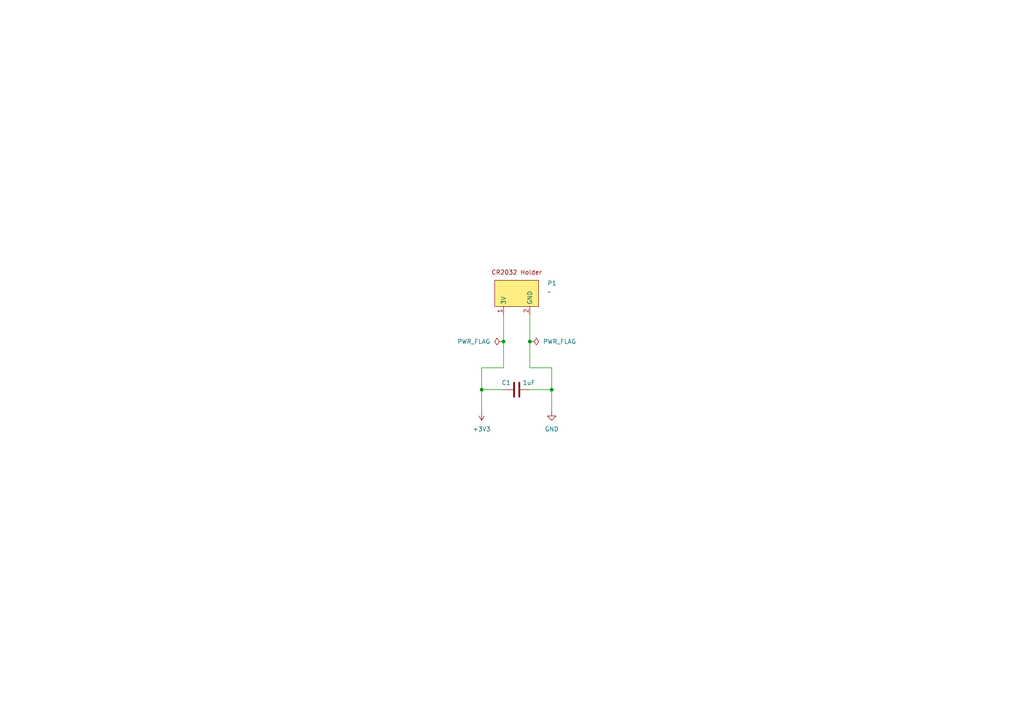
<source format=kicad_sch>
(kicad_sch (version 20250114) (generator "eeschema") (generator_version "9.0")
  (paper "A4")
  (title_block (title "Power") (company "AdrianTheHacker"))
  (lib_symbols
    (symbol "Device:C" (pin_numbers (hide yes)) (pin_names (offset 0.254))
      (property "Reference" "C" (at 0.635 2.54 0))
      (property "Value" "C" (at 0.635 -2.54 0))
      (symbol "C_0_1"
        (polyline (pts (xy -2.032 0.762) (xy 2.032 0.762)) (stroke (width 0.508)))
        (polyline (pts (xy -2.032 -0.762) (xy 2.032 -0.762)) (stroke (width 0.508)))
      )
      (symbol "C_1_1"
        (pin passive line (at 0 3.81 270) (length 2.794) (name "~") (number "1"))
        (pin passive line (at 0 -3.81 90) (length 2.794) (name "~") (number "2"))
      )
    )
    (symbol "Etchasketch_hardware_symbol_library:20mm_Coin_Cell_Breakout_Board_(CR2032)"
      (property "Reference" "P" (at 0 6.096 0))
      (symbol "20mm_Coin_Cell_Breakout_Board_(CR2032)_0_1"
        (rectangle (start -6.35 7.62) (end 6.35 0) (fill (type color) (color 255 238 129 1)))
      )
      (symbol "20mm_Coin_Cell_Breakout_Board_(CR2032)_1_1"
        (text "CR2032 Holder" (at 0 9.906 0) (effects (font (size 1.27 1.27))))
        (pin power_out line (at -3.81 -2.54 90) (length 2.54) (name "3V") (number "1"))
        (pin power_out line (at 3.81 -2.54 90) (length 2.54) (name "GND") (number "2"))
      )
    )
    (symbol "power:+3V3" (power) (pin_numbers (hide yes)) (pin_names (offset 0) (hide yes))
      (property "Value" "+3V3" (at 0 3.556 0))
      (symbol "+3V3_0_1"
        (polyline (pts (xy -0.762 1.27) (xy 0 2.54)))
        (polyline (pts (xy 0 2.54) (xy 0.762 1.27)))
        (polyline (pts (xy 0 0) (xy 0 2.54)))
      )
      (symbol "+3V3_1_1"
        (pin power_in line (at 0 0 90) (length 0) (name "~") (number "1"))
      )
    )
    (symbol "power:GND" (power) (pin_numbers (hide yes)) (pin_names (offset 0) (hide yes))
      (property "Value" "GND" (at 0 -3.81 0))
      (symbol "GND_0_1"
        (polyline (pts (xy 0 0) (xy 0 -1.27) (xy 1.27 -1.27) (xy 0 -2.54) (xy -1.27 -1.27) (xy 0 -1.27)))
      )
      (symbol "GND_1_1"
        (pin power_in line (at 0 0 270) (length 0) (name "~") (number "1"))
      )
    )
    (symbol "power:PWR_FLAG" (power) (pin_numbers (hide yes)) (pin_names (offset 0) (hide yes))
      (property "Value" "PWR_FLAG" (at 0 3.81 0))
      (symbol "PWR_FLAG_0_0"
        (pin power_out line (at 0 0 90) (length 0) (name "~") (number "1"))
      )
      (symbol "PWR_FLAG_0_1"
        (polyline (pts (xy 0 0) (xy 0 1.27) (xy -1.016 1.905) (xy 0 2.54) (xy 1.016 1.905) (xy 0 1.27)))
      )
    )
  )
  (junction (at 146.05 99.06))
  (junction (at 153.67 99.06))
  (junction (at 160.02 113.03))
  (junction (at 139.7 113.03))
  (wire (pts (xy 160.02 106.68) (xy 153.67 106.68)))
  (wire (pts (xy 153.67 113.03) (xy 160.02 113.03)))
  (wire (pts (xy 139.7 106.68) (xy 139.7 113.03)))
  (wire (pts (xy 139.7 106.68) (xy 146.05 106.68)))
  (wire (pts (xy 160.02 113.03) (xy 160.02 119.38)))
  (wire (pts (xy 146.05 106.68) (xy 146.05 99.06)))
  (wire (pts (xy 146.05 99.06) (xy 146.05 91.44)))
  (wire (pts (xy 153.67 99.06) (xy 153.67 91.44)))
  (wire (pts (xy 139.7 113.03) (xy 139.7 119.38)))
  (wire (pts (xy 153.67 106.68) (xy 153.67 99.06)))
  (wire (pts (xy 160.02 106.68) (xy 160.02 113.03)))
  (wire (pts (xy 139.7 113.03) (xy 146.05 113.03)))
  (symbol (lib_id "Device:C") (at 149.86 113.03 270) (unit 1)
    (property "Reference" "C1" (at 146.812 110.998 90))
    (property "Value" "1uF" (at 153.416 110.998 90))
    (property "Datasheet" "https://mm.digikey.com/Volume0/opasdata/d220001/medias/docus/6482/3372_0603B105K100XD.pdf" (effects (hide yes)))
    (property "Description" "1 µF ±10% 10V Ceramic Capacitor X7R 0603 (1608 Metric)" (effects (hide yes)))
    (property "Digikey Part Number" "3372-0603B105K100XDTR-ND" (effects (hide yes)))
  )
  (symbol (lib_id "power:PWR_FLAG") (at 146.05 99.06 90) (unit 1)
    (property "Reference" "#FLG01" (effects (hide yes)))
    (property "Value" "PWR_FLAG" (at 142.24 99.0599 90) (effects (justify left)))
    (property "Description" "Special symbol for telling ERC where power comes from" (effects (hide yes)))
  )
  (symbol (lib_id "power:+3V3") (at 139.7 119.38 180) (unit 1)
    (property "Reference" "#PWR01" (effects (hide yes)))
    (property "Value" "+3V3" (at 139.7 124.46 0))
    (property "Description" "Power symbol creates a global label with name \"+3V3\"" (effects (hide yes)))
  )
  (symbol (lib_id "power:GND") (at 160.02 119.38 0) (unit 1)
    (property "Reference" "#PWR02" (effects (hide yes)))
    (property "Value" "GND" (at 160.02 124.46 0))
    (property "Description" "Power symbol creates a global label with name \"GND\" , ground" (effects (hide yes)))
  )
  (symbol (lib_id "Etchasketch_hardware_symbol_library:20mm_Coin_Cell_Breakout_Board_(CR2032)") (at 149.86 88.9 0) (unit 1)
    (property "Reference" "P1" (at 158.75 82.1661 0) (effects (justify left)))
    (property "Value" "~" (at 158.75 84.7061 0) (effects (justify left)))
    (property "Datasheet" "https://www.te.com/commerce/DocumentDelivery/DDEController?Action=srchrtrv&DocNm=BAT-HLD-001&DocType=Data+Sheet&DocLang=English&DocFormat=pdf&PartCntxt=BAT-HLD-001" (effects (hide yes)))
    (property "Description" "Coincell battery holder" (effects (hide yes)))
  )
  (symbol (lib_id "power:PWR_FLAG") (at 153.67 99.06 270) (unit 1)
    (property "Reference" "#FLG02" (effects (hide yes)))
    (property "Value" "PWR_FLAG" (at 157.48 99.0599 90) (effects (justify left)))
    (property "Description" "Special symbol for telling ERC where power comes from" (effects (hide yes)))
  )
)
</source>
